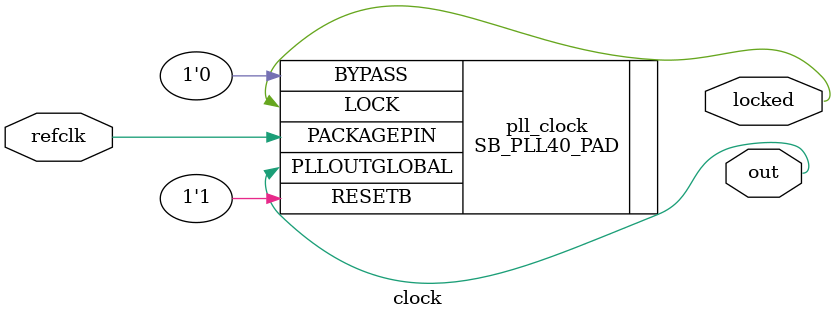
<source format=v>
`default_nettype none
`timescale 1ns / 1ps

module clock (
  input refclk,
  output locked,
  output out
);

`ifdef SYNTHESIS

SB_PLL40_PAD #(
  .FEEDBACK_PATH("SIMPLE"),
  .DIVR(4'b0000),        // DIVR = 0
  .DIVF(7'b1000010),     // DIVF = 66
  .DIVQ(3'b101),         // DIVQ = 5
  .FILTER_RANGE(3'b001)  // FILTER_RANGE = 1
) pll_clock (
  .RESETB(1'b1),
  .BYPASS(1'b0),
  .LOCK(locked),
  .PACKAGEPIN(refclk),
  .PLLOUTGLOBAL(out)
);

`else

assign locked = 1'b1;
assign out = refclk;

`endif

endmodule

</source>
